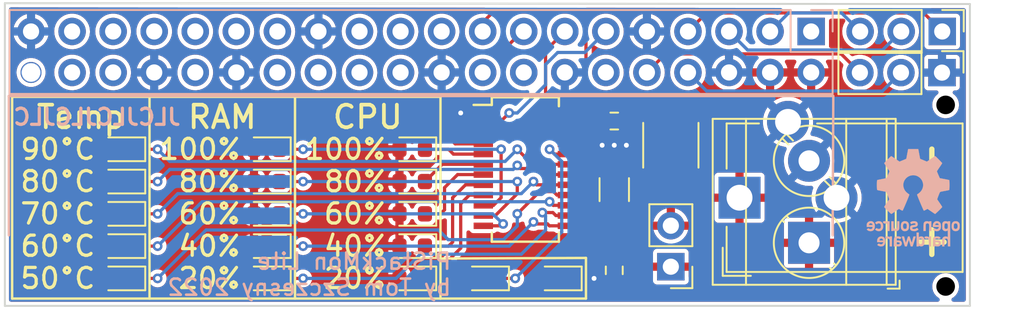
<source format=kicad_pcb>
(kicad_pcb (version 20211014) (generator pcbnew)
  (title_block (date "15 nov 2012"))
  (layers (0 "F.Cu" signal "Górna sygnałowa") (31 "B.Cu" signal "Dolna sygnałowa") (34 "B.Paste" user "Dolna pasty") (35 "F.Paste" user "Górna pasty") (36 "B.SilkS" user "Dolna opisowa") (37 "F.SilkS" user "Górna opisowa") (38 "B.Mask" user "Dolna sodermaski") (39 "F.Mask" user "Górna soldermaski") (44 "Edge.Cuts" user "Krawędziowa"))
  (net 0 "")
  (net 1 "+3V3")
  (net 2 "+5V")
  (net 3 "GND")
  (net 4 "/ID_SD")
  (net 5 "/ID_SC")
  (net 6 "/GPIO5")
  (net 7 "/GPIO6")
  (net 8 "/GPIO26")
  (net 9 "/GPIO2(SDA1)")
  (net 10 "/GPIO3(SCL1)")
  (net 11 "/GPIO14(TXD0)")
  (net 12 "/GPIO15(RXD0)")
  (net 13 "/GPIO17(GEN0)")
  (net 14 "/GPIO27(GEN2)")
  (net 15 "/GPIO22(GEN3)")
  (net 16 "/GPIO23(GEN4)")
  (net 17 "/GPIO24(GEN5)")
  (net 18 "/GPIO25(GEN6)")
  (net 19 "/GPIO18(GEN1)(PWM0)")
  (net 20 "/GPIO10(SPI0_MOSI)")
  (net 21 "/GPIO9(SPI0_MISO)")
  (net 22 "/GPIO11(SPI0_SCK)")
  (net 23 "/GPIO12(PWM0)")
  (net 24 "/GPIO13(PWM1)")
  (net 25 "/GPIO19(SPI1_MISO)")
  (net 26 "/GPIO16")
  (net 27 "/GPIO20(SPI1_MOSI)")
  (net 28 "+5VP")
  (net 29 "Net-(D1-Pad1)")
  (net 30 "Net-(D2-Pad1)")
  (net 31 "Net-(D3-Pad1)")
  (net 32 "Net-(D4-Pad1)")
  (net 33 "Net-(D5-Pad1)")
  (net 34 "Net-(D6-Pad1)")
  (net 35 "Net-(D7-Pad1)")
  (net 36 "Net-(D8-Pad1)")
  (net 37 "Net-(D9-Pad1)")
  (net 38 "Net-(D10-Pad1)")
  (net 39 "Net-(D11-Pad1)")
  (net 40 "Net-(D12-Pad1)")
  (net 41 "Net-(D13-Pad1)")
  (net 42 "Net-(D14-Pad1)")
  (net 43 "Net-(D15-Pad1)")
  (net 44 "Net-(D16-Pad2)")
  (net 45 "Net-(C1-Pad1)")
  (net 47 "Net-(R2-Pad1)")
  (net 48 "Net-(D17-Pad1)")
  (net 49 "/3V3_2")
  (net 50 "/GPIO4(1Wire_Default)")
  (net 51 "/GPIO7(SPI0_CE1_N)")
  (net 52 "/GPIO8(SPI0_CE0_N)")
  (footprint "LED_SMD:LED_0603_1608Metric" (layer "F.Cu") (at 48.25 43.5 180)
    (fp_text reference "D2" hide)
    (fp_text value "G" hide)
    (fp_text user "40%" (at 1.5 0 unlocked) (layer "F.SilkS") (effects (font (size 1.25 1.25) (thickness 0.2)) (justify right)))
    (pad "1" smd roundrect (at -0.7875 0 180) (size 0.875 0.95) (layers "F.Cu" "F.Paste" "F.Mask") (net 30 "Net-(D2-Pad1)"))
    (pad "2" smd roundrect (at 0.7875 0 180) (size 0.875 0.95) (layers "F.Cu" "F.Paste" "F.Mask") (net 2 "+5V"))
  )
  (footprint "LED_SMD:LED_0603_1608Metric" (layer "F.Cu") (at 48.25 41.5 180)
    (fp_text reference "D3" hide)
    (fp_text value "G" hide)
    (fp_text user "60%" (at 1.5 0 unlocked) (layer "F.SilkS") (effects (font (size 1.25 1.25) (thickness 0.2)) (justify right)))
    (pad "1" smd roundrect (at -0.7875 0 180) (size 0.875 0.95) (layers "F.Cu" "F.Paste" "F.Mask") (net 31 "Net-(D3-Pad1)"))
    (pad "2" smd roundrect (at 0.7875 0 180) (size 0.875 0.95) (layers "F.Cu" "F.Paste" "F.Mask") (net 2 "+5V"))
  )
  (footprint "Connector_PinHeader_2.54mm:PinHeader_1x02_P2.54mm_Vertical" (layer "F.Cu") (at 64.25 44.775 180)
    (fp_text reference "JP1" hide)
    (fp_text value "PWR" hide)
    (pad "1" thru_hole rect locked (at 0 0 180) (size 1.7 1.7) (drill 1) (layers *.Cu *.Mask) (net 28 "+5VP"))
    (pad "2" thru_hole oval locked (at 0 2.54 180) (size 1.7 1.7) (drill 1) (layers *.Cu *.Mask) (net 45 "Net-(C1-Pad1)"))
  )
  (footprint "LED_SMD:LED_0603_1608Metric" (layer "F.Cu") (at 39.25 45.5 180)
    (fp_text reference "D6" hide)
    (fp_text value "G" hide)
    (fp_text user "20%" (at 1.5 0 unlocked) (layer "F.SilkS") (effects (font (size 1.25 1.25) (thickness 0.2)) (justify right)))
    (pad "1" smd roundrect (at -0.7875 0 180) (size 0.875 0.95) (layers "F.Cu" "F.Paste" "F.Mask") (net 34 "Net-(D6-Pad1)"))
    (pad "2" smd roundrect (at 0.7875 0 180) (size 0.875 0.95) (layers "F.Cu" "F.Paste" "F.Mask") (net 2 "+5V"))
  )
  (footprint "LED_SMD:LED_0603_1608Metric" (layer "F.Cu") (at 39.25 43.5 180)
    (fp_text reference "D7" hide)
    (fp_text value "G" hide)
    (fp_text user "40%" (at 1.5 0 unlocked) (layer "F.SilkS") (effects (font (size 1.25 1.25) (thickness 0.2)) (justify right)))
    (pad "1" smd roundrect (at -0.7875 0 180) (size 0.875 0.95) (layers "F.Cu" "F.Paste" "F.Mask") (net 35 "Net-(D7-Pad1)"))
    (pad "2" smd roundrect (at 0.7875 0 180) (size 0.875 0.95) (layers "F.Cu" "F.Paste" "F.Mask") (net 2 "+5V"))
  )
  (footprint "LED_SMD:LED_0603_1608Metric" (layer "F.Cu") (at 39.25 41.5 180)
    (fp_text reference "D8" hide)
    (fp_text value "G" hide)
    (fp_text user "60%" (at 1.5 0 unlocked) (layer "F.SilkS") (effects (font (size 1.25 1.25) (thickness 0.2)) (justify right)))
    (pad "1" smd roundrect (at -0.7875 0 180) (size 0.875 0.95) (layers "F.Cu" "F.Paste" "F.Mask") (net 36 "Net-(D8-Pad1)"))
    (pad "2" smd roundrect (at 0.7875 0 180) (size 0.875 0.95) (layers "F.Cu" "F.Paste" "F.Mask") (net 2 "+5V"))
  )
  (footprint "LED_SMD:LED_0603_1608Metric" (layer "F.Cu") (at 39.25 39.5 180)
    (fp_text reference "D9" hide)
    (fp_text value "Y" hide)
    (fp_text user "80%" (at 1.5 0 unlocked) (layer "F.SilkS") (effects (font (size 1.25 1.25) (thickness 0.2)) (justify right)))
    (pad "1" smd roundrect (at -0.7875 0 180) (size 0.875 0.95) (layers "F.Cu" "F.Paste" "F.Mask") (net 37 "Net-(D9-Pad1)"))
    (pad "2" smd roundrect (at 0.7875 0 180) (size 0.875 0.95) (layers "F.Cu" "F.Paste" "F.Mask") (net 2 "+5V"))
  )
  (footprint "LED_SMD:LED_0603_1608Metric" (layer "F.Cu") (at 39.25 37.5 180)
    (fp_text reference "D10" hide)
    (fp_text value "R" hide)
    (fp_text user "100%" (at 1.5 0 unlocked) (layer "F.SilkS") (effects (font (size 1.25 1.25) (thickness 0.2)) (justify right)))
    (pad "1" smd roundrect (at -0.7875 0 180) (size 0.875 0.95) (layers "F.Cu" "F.Paste" "F.Mask") (net 38 "Net-(D10-Pad1)"))
    (pad "2" smd roundrect (at 0.7875 0 180) (size 0.875 0.95) (layers "F.Cu" "F.Paste" "F.Mask") (net 2 "+5V"))
  )
  (footprint "LED_SMD:LED_0603_1608Metric" (layer "F.Cu") (at 30.25 39.5 180)
    (fp_text reference "D12" hide)
    (fp_text value "R" hide)
    (fp_text user "80°C" (at 1.5 0 180) (layer "F.SilkS") (effects (font (size 1.25 1.25) (thickness 0.2)) (justify right)))
    (pad "1" smd roundrect (at -0.7875 0 180) (size 0.875 0.95) (layers "F.Cu" "F.Paste" "F.Mask") (net 40 "Net-(D12-Pad1)"))
    (pad "2" smd roundrect (at 0.7875 0 180) (size 0.875 0.95) (layers "F.Cu" "F.Paste" "F.Mask") (net 2 "+5V"))
  )
  (footprint "LED_SMD:LED_0603_1608Metric" (layer "F.Cu") (at 30.25 41.5 180)
    (fp_text reference "D13" hide)
    (fp_text value "Y" hide)
    (fp_text user "70°C" (at 1.5 0 unlocked) (layer "F.SilkS") (effects (font (size 1.25 1.25) (thickness 0.2)) (justify right)))
    (pad "1" smd roundrect (at -0.7875 0 180) (size 0.875 0.95) (layers "F.Cu" "F.Paste" "F.Mask") (net 41 "Net-(D13-Pad1)"))
    (pad "2" smd roundrect (at 0.7875 0 180) (size 0.875 0.95) (layers "F.Cu" "F.Paste" "F.Mask") (net 2 "+5V"))
  )
  (footprint "Resistor_SMD:R_0603_1608Metric" (layer "F.Cu") (at 60.75 35.75)
    (fp_text reference "R2" hide)
    (fp_text value "10k" hide)
    (pad "1" smd roundrect (at -0.825 0) (size 0.8 0.95) (layers "F.Cu" "F.Paste" "F.Mask") (net 47 "Net-(R2-Pad1)"))
    (pad "2" smd roundrect (at 0.825 0) (size 0.8 0.95) (layers "F.Cu" "F.Paste" "F.Mask") (net 3 "GND"))
  )
  (footprint "LED_SMD:LED_0603_1608Metric" (layer "F.Cu") (at 30.25 43.5 180)
    (fp_text reference "D14" hide)
    (fp_text value "G" hide)
    (fp_text user "60°C" (at 1.5 0 unlocked) (layer "F.SilkS") (effects (font (size 1.25 1.25) (thickness 0.2)) (justify right)))
    (pad "1" smd roundrect (at -0.7875 0 180) (size 0.875 0.95) (layers "F.Cu" "F.Paste" "F.Mask") (net 42 "Net-(D14-Pad1)"))
    (pad "2" smd roundrect (at 0.7875 0 180) (size 0.875 0.95) (layers "F.Cu" "F.Paste" "F.Mask") (net 2 "+5V"))
  )
  (footprint "LED_SMD:LED_0603_1608Metric" (layer "F.Cu") (at 48.25 37.5 180)
    (fp_text reference "D5" hide)
    (fp_text value "Y" hide)
    (fp_text user "100%" (at 1.5 0 unlocked) (layer "F.SilkS") (effects (font (size 1.25 1.25) (thickness 0.2)) (justify right)))
    (pad "1" smd roundrect (at -0.7875 0 180) (size 0.875 0.95) (layers "F.Cu" "F.Paste" "F.Mask") (net 33 "Net-(D5-Pad1)"))
    (pad "2" smd roundrect (at 0.7875 0 180) (size 0.875 0.95) (layers "F.Cu" "F.Paste" "F.Mask") (net 2 "+5V"))
  )
  (footprint "LED_SMD:LED_0603_1608Metric" (layer "F.Cu") (at 30.25 45.5 180)
    (fp_text reference "D15" hide)
    (fp_text value "G" hide)
    (fp_text user "50°C" (at 1.5 0 unlocked) (layer "F.SilkS") (effects (font (size 1.25 1.25) (thickness 0.2)) (justify right)))
    (pad "1" smd roundrect (at -0.7875 0 180) (size 0.875 0.95) (layers "F.Cu" "F.Paste" "F.Mask") (net 43 "Net-(D15-Pad1)"))
    (pad "2" smd roundrect (at 0.7875 0 180) (size 0.875 0.95) (layers "F.Cu" "F.Paste" "F.Mask") (net 2 "+5V"))
  )
  (footprint "LED_SMD:LED_0603_1608Metric" (layer "F.Cu") (at 30.25 37.5 180)
    (fp_text reference "D11" hide)
    (fp_text value "R" hide)
    (fp_text user "90°C" (at 1.5 0 unlocked) (layer "F.SilkS") (effects (font (size 1.25 1.25) (thickness 0.2)) (justify right)))
    (pad "1" smd roundrect (at -0.7875 0 180) (size 0.875 0.95) (layers "F.Cu" "F.Paste" "F.Mask") (net 39 "Net-(D11-Pad1)"))
    (pad "2" smd roundrect (at 0.7875 0 180) (size 0.875 0.95) (layers "F.Cu" "F.Paste" "F.Mask") (net 2 "+5V"))
  )
  (footprint "Package_SO:SSOP-24_3.9x8.7mm_P0.635mm" (layer "F.Cu") (at 55.25 38.75)
    (fp_text reference "U1" hide)
    (fp_text value "TLC59282DBQR")
    (pad "1" smd rect (at -2.6 -3.4925) (size 1.2 0.4) (layers "F.Cu" "F.Paste" "F.Mask") (net 3 "GND"))
    (pad "2" smd rect (at -2.6 -2.8575) (size 1.2 0.4) (layers "F.Cu" "F.Paste" "F.Mask") (net 13 "/GPIO17(GEN0)"))
    (pad "3" smd rect (at -2.6 -2.2225) (size 1.2 0.4) (layers "F.Cu" "F.Paste" "F.Mask") (net 14 "/GPIO27(GEN2)"))
    (pad "4" smd rect (at -2.6 -1.5875) (size 1.2 0.4) (layers "F.Cu" "F.Paste" "F.Mask") (net 15 "/GPIO22(GEN3)"))
    (pad "5" smd rect (at -2.6 -0.9525) (size 1.2 0.4) (layers "F.Cu" "F.Paste" "F.Mask") (net 33 "Net-(D5-Pad1)"))
    (pad "6" smd rect (at -2.6 -0.3175) (size 1.2 0.4) (layers "F.Cu" "F.Paste" "F.Mask") (net 32 "Net-(D4-Pad1)"))
    (pad "7" smd rect (at -2.6 0.3175) (size 1.2 0.4) (layers "F.Cu" "F.Paste" "F.Mask") (net 31 "Net-(D3-Pad1)"))
    (pad "8" smd rect (at -2.6 0.9525) (size 1.2 0.4) (layers "F.Cu" "F.Paste" "F.Mask") (net 30 "Net-(D2-Pad1)"))
    (pad "9" smd rect (at -2.6 1.5875) (size 1.2 0.4) (layers "F.Cu" "F.Paste" "F.Mask") (net 29 "Net-(D1-Pad1)"))
    (pad "10" smd rect (at -2.6 2.2225) (size 1.2 0.4) (layers "F.Cu" "F.Paste" "F.Mask") (net 38 "Net-(D10-Pad1)"))
    (pad "11" smd rect (at -2.6 2.8575) (size 1.2 0.4) (layers "F.Cu" "F.Paste" "F.Mask") (net 37 "Net-(D9-Pad1)"))
    (pad "12" smd rect (at -2.6 3.4925) (size 1.2 0.4) (layers "F.Cu" "F.Paste" "F.Mask") (net 36 "Net-(D8-Pad1)"))
    (pad "13" smd rect (at 2.6 3.4925) (size 1.2 0.4) (layers "F.Cu" "F.Paste" "F.Mask") (net 35 "Net-(D7-Pad1)"))
    (pad "14" smd rect (at 2.6 2.8575) (size 1.2 0.4) (layers "F.Cu" "F.Paste" "F.Mask") (net 34 "Net-(D6-Pad1)"))
    (pad "15" smd rect (at 2.6 2.2225) (size 1.2 0.4) (layers "F.Cu" "F.Paste" "F.Mask") (net 42 "Net-(D14-Pad1)"))
    (pad "16" smd rect (at 2.6 1.5875) (size 1.2 0.4) (layers "F.Cu" "F.Paste" "F.Mask") (net 43 "Net-(D15-Pad1)"))
    (pad "17" smd rect (at 2.6 0.9525) (size 1.2 0.4) (layers "F.Cu" "F.Paste" "F.Mask") (net 41 "Net-(D13-Pad1)"))
    (pad "18" smd rect (at 2.6 0.3175) (size 1.2 0.4) (layers "F.Cu" "F.Paste" "F.Mask") (net 40 "Net-(D12-Pad1)"))
    (pad "19" smd rect (at 2.6 -0.3175) (size 1.2 0.4) (layers "F.Cu" "F.Paste" "F.Mask") (net 39 "Net-(D11-Pad1)"))
    (pad "20" smd rect (at 2.6 -0.9525) (size 1.2 0.4) (layers "F.Cu" "F.Paste" "F.Mask") (net 48 "Net-(D17-Pad1)"))
    (pad "21" smd rect (at 2.6 -1.5875) (size 1.2 0.4) (layers "F.Cu" "F.Paste" "F.Mask") (net 3 "GND"))
    (pad "22" smd rect (at 2.6 -2.2225) (size 1.2 0.4) (layers "F.Cu" "F.Paste" "F.Mask"))
    (pad "23" smd rect (at 2.6 -2.8575) (size 1.2 0.4) (layers "F.Cu" "F.Paste" "F.Mask") (net 47 "Net-(R2-Pad1)"))
    (pad "24" smd rect (at 2.6 -3.4925) (size 1.2 0.4) (layers "F.Cu" "F.Paste" "F.Mask") (net 1 "+3V3"))
  )
  (footprint "TerminalBlock_Phoenix:TerminalBlock_Phoenix_MKDS-3-2-5.08_1x02_P5.08mm_Horizontal" (layer "F.Cu") (at 72.8 43.295 90)
    (fp_text reference "J3" hide)
    (fp_text value "5.08mm" hide)
    (pad "1" thru_hole rect locked (at 0 0 90) (size 2.6 2.6) (drill 1.3) (layers *.Cu "B.Mask") (net 28 "+5VP"))
    (pad "2" thru_hole circle locked (at 5.08 0 90) (size 2.6 2.6) (drill 1.3) (layers *.Cu "B.Mask") (net 3 "GND"))
  )
  (footprint "Fuse:Fuse_1812_4532Metric" (layer "F.Cu") (at 64.25 37.25 -90)
    (fp_text reference "F1" hide)
    (fp_text value "SMD1812B260TF/12" hide)
    (pad "1" smd roundrect (at -2.1375 0 270) (size 1.125 3.4) (layers "F.Cu" "F.Paste" "F.Mask") (roundrect_rratio 0.222222) (net 2 "+5V"))
    (pad "2" smd roundrect (at 2.1375 0 270) (size 1.125 3.4) (layers "F.Cu" "F.Paste" "F.Mask") (roundrect_rratio 0.222222) (net 45 "Net-(C1-Pad1)"))
  )
  (footprint "LED_SMD:LED_0603_1608Metric" (layer "F.Cu") (at 57.25 45.5 180)
    (fp_text reference "D16" hide)
    (fp_text value "G" hide)
    (pad "1" smd roundrect (at -0.7875 0 180) (size 0.875 0.95) (layers "F.Cu" "F.Paste" "F.Mask") (net 3 "GND"))
    (pad "2" smd roundrect (at 0.7875 0 180) (size 0.875 0.95) (layers "F.Cu" "F.Paste" "F.Mask") (net 44 "Net-(D16-Pad2)"))
  )
  (footprint "LED_SMD:LED_0603_1608Metric" (layer "F.Cu") (at 48.25 45.5 180)
    (fp_text reference "D1" hide)
    (fp_text value "G" hide)
    (fp_text user "20%" (at 1.5 0 unlocked) (layer "F.SilkS") (effects (font (size 1.25 1.25) (thickness 0.2)) (justify right)))
    (pad "1" smd roundrect (at -0.7875 0 180) (size 0.875 0.95) (layers "F.Cu" "F.Paste" "F.Mask") (net 29 "Net-(D1-Pad1)"))
    (pad "2" smd roundrect (at 0.7875 0 180) (size 0.875 0.95) (layers "F.Cu" "F.Paste" "F.Mask") (net 2 "+5V"))
  )
  (footprint "Resistor_SMD:R_0603_1608Metric" (layer "F.Cu") (at 60.75 45 90)
    (fp_text reference "R3" hide)
    (fp_text value "1k" hide)
    (pad "1" smd roundrect (at -0.825 0 90) (size 0.8 0.95) (layers "F.Cu" "F.Paste" "F.Mask") (net 2 "+5V"))
    (pad "2" smd roundrect (at 0.825 0 90) (size 0.8 0.95) (layers "F.Cu" "F.Paste" "F.Mask") (net 44 "Net-(D16-Pad2)"))
  )
  (footprint "LED_SMD:LED_0603_1608Metric" (layer "F.Cu") (at 48.25 39.5 180)
    (fp_text reference "D4" hide)
    (fp_text value "G" hide)
    (fp_text user "80%" (at 1.5 0 unlocked) (layer "F.SilkS") (effects (font (size 1.25 1.25) (thickness 0.2)) (justify right)))
    (pad "1" smd roundrect (at -0.7875 0 180) (size 0.875 0.95) (layers "F.Cu" "F.Paste" "F.Mask") (net 32 "Net-(D4-Pad1)"))
    (pad "2" smd roundrect (at 0.7875 0 180) (size 0.875 0.95) (layers "F.Cu" "F.Paste" "F.Mask") (net 2 "+5V"))
  )
  (footprint "Capacitor_SMD:C_1206_3216Metric" (layer "F.Cu") (at 60.75 40 90)
    (fp_text reference "C1" hide)
    (fp_text value "100u 6.3V" hide)
    (pad "1" smd roundrect (at -1.475 0 90) (size 1.15 1.8) (layers "F.Cu" "F.Paste" "F.Mask") (roundrect_rratio 0.217391) (net 45 "Net-(C1-Pad1)"))
    (pad "2" smd roundrect (at 1.475 0 90) (size 1.15 1.8) (layers "F.Cu" "F.Paste" "F.Mask") (roundrect_rratio 0.217391) (net 3 "GND"))
  )
  (footprint "Connector_PinHeader_2.54mm:PinHeader_1x03_P2.54mm_Vertical" (layer "F.Cu") (at 81.04 30.2 -90)
    (fp_text reference "J1" hide)
    (fp_text value "Conn_01x03" hide)
    (pad "1" thru_hole rect (at 0 0 270) (size 1.7 1.7) (drill 1) (layers *.Cu *.Mask) (net 50 "/GPIO4(1Wire_Default)"))
    (pad "2" thru_hole oval (at 0 2.54 270) (size 1.7 1.7) (drill 1) (layers *.Cu *.Mask) (net 10 "/GPIO3(SCL1)"))
    (pad "3" thru_hole oval (at 0 5.08 270) (size 1.7 1.7) (drill 1) (layers *.Cu *.Mask) (net 9 "/GPIO2(SDA1)"))
  )
  (footprint "JLC:Tooling Hole" (layer "F.Cu") (at 81.25 46)
    (fp_text reference "H1" hide)
    (fp_text value "Tooling Hole")
    (pad "" np_thru_hole circle (at 0 0) (size 1.3 1.3) (drill 1.152) (layers *.Mask) (clearance 0.248))
  )
  (footprint "Connector_PinHeader_2.54mm:PinHeader_1x03_P2.54mm_Vertical" (layer "F.Cu") (at 81.025 32.75 -90)
    (fp_text reference "J2" hide)
    (fp_text value "Conn_01x03" hide)
    (pad "1" thru_hole rect (at 0 0 270) (size 1.7 1.7) (drill 1) (layers *.Cu *.Mask) (net 3 "GND"))
    (pad "2" thru_hole oval (at 0 2.54 270) (size 1.7 1.7) (drill 1) (layers *.Cu *.Mask) (net 11 "/GPIO14(TXD0)"))
    (pad "3" thru_hole oval (at 0 5.08 270) (size 1.7 1.7) (drill 1) (layers *.Cu *.Mask) (net 12 "/GPIO15(RXD0)"))
  )
  (footprint "JLC:Tooling Hole" (layer "F.Cu") (at 81.25 34.75)
    (fp_text reference "H2" hide)
    (fp_text value "Tooling Hole")
    (pad "" np_thru_hole circle (at 0 0) (size 1.3 1.3) (drill 1.152) (layers *.Mask) (clearance 0.248))
  )
  (footprint "Connector_BarrelJack:BarrelJack_CUI_PJ-102AH_Horizontal" (layer "F.Cu") (at 68.5 40.5 90)
    (fp_text reference "J5" hide)
    (fp_text value "CUI PJ-102 " hide)
    (pad "1" thru_hole rect (at 0 0 90) (size 2.6 2.6) (drill 1.6) (layers *.Cu "B.Mask") (net 28 "+5VP"))
    (pad "2" thru_hole circle (at 0 6 90) (size 2.6 2.6) (drill 1.6) (layers *.Cu "B.Mask") (net 3 "GND"))
    (pad "3" thru_hole circle (at 4.7 3 90) (size 2.6 2.6) (drill 1.6) (layers *.Cu "B.Mask") (net 3 "GND"))
  )
  (footprint "LED_SMD:LED_0603_1608Metric" (layer "F.Cu") (at 52.75 45.5 180)
    (fp_text reference "D17" hide)
    (fp_text value "B" hide)
    (pad "1" smd roundrect (at -0.7875 0 180) (size 0.875 0.95) (layers "F.Cu" "F.Paste" "F.Mask") (net 48 "Net-(D17-Pad1)"))
    (pad "2" smd roundrect (at 0.7875 0 180) (size 0.875 0.95) (layers "F.Cu" "F.Paste" "F.Mask") (net 2 "+5V"))
  )
  (footprint "Symbol:OSHW-Logo_5.7x6mm_SilkScreen" (layer "B.Cu") (at 79.25 40.5 180)
    (fp_text reference "LOGO1" hide)
    (fp_text value "Logo_Open_Hardware_Small" hide)
  )
  (footprint "Connector_PinSocket_2.54mm:PinSocket_2x20_P2.54mm_Vertical" (layer "B.Cu") (at 72.93 30.2 90)
    (fp_text reference "P1" hide)
    (fp_text value "Conn_02x20_Odd_Even" hide)
    (pad "" np_thru_hole circle locked (at -2.54 -48.26 90) (size 1.3 1.3) (drill 1.152) (layers F&B.Cu *.Mask) (clearance 0.248))
    (pad "1" thru_hole rect locked (at 0 0 90) (size 1.7 1.7) (drill 1) (layers *.Cu *.Mask) (net 49 "/3V3_2"))
    (pad "2" thru_hole oval locked (at -2.54 0 90) (size 1.7 1.7) (drill 1) (layers *.Cu *.Mask) (net 2 "+5V"))
    (pad "3" thru_hole oval locked (at 0 -2.54 90) (size 1.7 1.7) (drill 1) (layers *.Cu *.Mask) (net 9 "/GPIO2(SDA1)"))
    (pad "4" thru_hole oval locked (at -2.54 -2.54 90) (size 1.7 1.7) (drill 1) (layers *.Cu *.Mask) (net 2 "+5V"))
    (pad "5" thru_hole oval locked (at 0 -5.08 90) (size 1.7 1.7) (drill 1) (layers *.Cu *.Mask) (net 10 "/GPIO3(SCL1)"))
    (pad "6" thru_hole oval locked (at -2.54 -5.08 90) (size 1.7 1.7) (drill 1) (layers *.Cu *.Mask) (net 3 "GND"))
    (pad "7" thru_hole oval locked (at 0 -7.62 90) (size 1.7 1.7) (drill 1) (layers *.Cu *.Mask) (net 50 "/GPIO4(1Wire_Default)"))
    (pad "8" thru_hole oval locked (at -2.54 -7.62 90) (size 1.7 1.7) (drill 1) (layers *.Cu *.Mask) (net 11 "/GPIO14(TXD0)"))
    (pad "9" thru_hole oval locked (at 0 -10.16 90) (size 1.7 1.7) (drill 1) (layers *.Cu *.Mask) (net 3 "GND"))
    (pad "10" thru_hole oval locked (at -2.54 -10.16 90) (size 1.7 1.7) (drill 1) (layers *.Cu *.Mask) (net 12 "/GPIO15(RXD0)"))
    (pad "11" thru_hole oval locked (at 0 -12.7 90) (size 1.7 1.7) (drill 1) (layers *.Cu *.Mask) (net 13 "/GPIO17(GEN0)"))
    (pad "12" thru_hole oval locked (at -2.54 -12.7 90) (size 1.7 1.7) (drill 1) (layers *.Cu *.Mask) (net 19 "/GPIO18(GEN1)(PWM0)"))
    (pad "13" thru_hole oval locked (at 0 -15.24 90) (size 1.7 1.7) (drill 1) (layers *.Cu *.Mask) (net 14 "/GPIO27(GEN2)"))
    (pad "14" thru_hole oval locked (at -2.54 -15.24 90) (size 1.7 1.7) (drill 1) (layers *.Cu *.Mask) (net 3 "GND"))
    (pad "15" thru_hole oval locked (at 0 -17.78 90) (size 1.7 1.7) (drill 1) (layers *.Cu *.Mask) (net 15 "/GPIO22(GEN3)"))
    (pad "16" thru_hole oval locked (at -2.54 -17.78 90) (size 1.7 1.7) (drill 1) (layers *.Cu *.Mask) (net 16 "/GPIO23(GEN4)"))
    (pad "17" thru_hole oval locked (at 0 -20.32 90) (size 1.7 1.7) (drill 1) (layers *.Cu *.Mask) (net 1 "+3V3"))
    (pad "18" thru_hole oval locked (at -2.54 -20.32 90) (size 1.7 1.7) (drill 1) (layers *.Cu *.Mask) (net 17 "/GPIO24(GEN5)"))
    (pad "19" thru_hole oval locked (at 0 -22.86 90) (size 1.7 1.7) (drill 1) (layers *.Cu *.Mask) (net 20 "/GPIO10(SPI0_MOSI)"))
    (pad "20" thru_hole oval locked (at -2.54 -22.86 90) (size 1.7 1.7) (drill 1) (layers *.Cu *.Mask) (net 3 "GND"))
    (pad "21" thru_hole oval locked (at 0 -25.4 90) (size 1.7 1.7) (drill 1) (layers *.Cu *.Mask) (net 21 "/GPIO9(SPI0_MISO)"))
    (pad "22" thru_hole oval locked (at -2.54 -25.4 90) (size 1.7 1.7) (drill 1) (layers *.Cu *.Mask) (net 18 "/GPIO25(GEN6)"))
    (pad "23" thru_hole oval locked (at 0 -27.94 90) (size 1.7 1.7) (drill 1) (layers *.Cu *.Mask) (net 22 "/GPIO11(SPI0_SCK)"))
    (pad "24" thru_hole oval locked (at -2.54 -27.94 90) (size 1.7 1.7) (drill 1) (layers *.Cu *.Mask) (net 52 "/GPIO8(SPI0_CE0_N)"))
    (pad "25" thru_hole oval locked (at 0 -30.48 90) (size 1.7 1.7) (drill 1) (layers *.Cu *.Mask) (net 3 "GND"))
    (pad "26" thru_hole oval locked (at -2.54 -30.48 90) (size 1.7 1.7) (drill 1) (layers *.Cu *.Mask) (net 51 "/GPIO7(SPI0_CE1_N)"))
    (pad "27" thru_hole oval locked (at 0 -33.02 90) (size 1.7 1.7) (drill 1) (layers *.Cu *.Mask) (net 4 "/ID_SD"))
    (pad "28" thru_hole oval locked (at -2.54 -33.02 90) (size 1.7 1.7) (drill 1) (layers *.Cu *.Mask) (net 5 "/ID_SC"))
    (pad "29" thru_hole oval locked (at 0 -35.56 90) (size 1.7 1.7) (drill 1) (layers *.Cu *.Mask) (net 6 "/GPIO5"))
    (pad "30" thru_hole oval locked (at -2.54 -35.56 90) (size 1.7 1.7) (drill 1) (layers *.Cu *.Mask) (net 3 "GND"))
    (pad "31" thru_hole oval locked (at 0 -38.1 90) (size 1.7 1.7) (drill 1) (layers *.Cu *.Mask) (net 7 "/GPIO6"))
    (pad "32" thru_hole oval locked (at -2.54 -38.1 90) (size 1.7 1.7) (drill 1) (layers *.Cu *.Mask) (net 23 "/GPIO12(PWM0)"))
    (pad "33" thru_hole oval locked (at 0 -40.64 90) (size 1.7 1.7) (drill 1) (layers *.Cu *.Mask) (net 24 "/GPIO13(PWM1)"))
    (pad "34" thru_hole oval locked (at -2.54 -40.64 90) (size 1.7 1.7) (drill 1) (layers *.Cu *.Mask) (net 3 "GND"))
    (pad "35" thru_hole oval locked (at 0 -43.18 90) (size 1.7 1.7) (drill 1) (layers *.Cu *.Mask) (net 25 "/GPIO19(SPI1_MISO)"))
    (pad "36" thru_hole oval locked (at -2.54 -43.18 90) (size 1.7 1.7) (drill 1) (layers *.Cu *.Mask) (net 26 "/GPIO16"))
    (pad "37" thru_hole oval locked (at 0 -45.72 90) (size 1.7 1.7) (drill 1) (layers *.Cu *.Mask) (net 8 "/GPIO26"))
    (pad "38" thru_hole oval locked (at -2.54 -45.72 90) (size 1.7 1.7) (drill 1) (layers *.Cu *.Mask) (net 27 "/GPIO20(SPI1_MOSI)"))
    (pad "39" thru_hole oval locked (at 0 -48.26 90) (size 1.7 1.7) (drill 1) (layers *.Cu *.Mask) (net 3 "GND"))
  )
  (gr_line (start 74.26 42.83) (end 74.3 34.2) (layer "B.SilkS") (width 0.15))
  (gr_line (start 23.3 34.2) (end 23.3 42.83) (layer "B.SilkS") (width 0.15))
  (gr_line (start 74.3 34.2) (end 23.3 34.2) (layer "B.SilkS") (width 0.15))
  (gr_line (start 23.5 34.25) (end 50 34.25) (layer "F.SilkS") (width 0.15))
  (gr_line (start 50 46.75) (end 59 46.75) (layer "F.SilkS") (width 0.15))
  (gr_line (start 50 46.75) (end 23.5 46.75) (layer "F.SilkS") (width 0.15))
  (gr_line (start 59 44.2325) (end 50 44.2675) (layer "F.SilkS") (width 0.15))
  (gr_line (start 59 46.75) (end 59 44.2325) (layer "F.SilkS") (width 0.15))
  (gr_line (start 50 34.25) (end 50 46.75) (layer "F.SilkS") (width 0.15))
  (gr_line (start 32 34.25) (end 32 46.75) (layer "F.SilkS") (width 0.15))
  (gr_line (start 23.5 46.75) (end 23.5 34.25) (layer "F.SilkS") (width 0.15))
  (gr_line (start 41 34.25) (end 41 46.75) (layer "F.SilkS") (width 0.15))
  (gr_line (start 23.05 47.2) (end 82.75 47.2) (layer "Edge.Cuts") (width 0.12))
  (gr_line (start 23.05 47.2) (end 23.05 28.45) (layer "Edge.Cuts") (width 0.12))
  (gr_line (start 82.75 47.2) (end 82.75 28.5) (layer "Edge.Cuts") (width 0.12))
  (gr_line (start 82.75 28.5) (end 23.05 28.45) (layer "Edge.Cuts") (width 0.12))
  (gr_text "JLCJLCJLCJLC" (at 28.75 35.5) (layer "B.SilkS") (effects (font (size 1 1) (thickness 0.2)) (justify mirror)))
  (gr_text "PiStackMon Lite\nby Tom Szczesny 2022" (at 50.75 45.25) (layer "B.SilkS") (effects (font (size 1 1) (thickness 0.16)) (justify left mirror)))
  (gr_text "Temp" (at 27.75 35.5) (layer "F.SilkS") (effects (font (size 1.4 1.4) (thickness 0.23))))
  (gr_text "CPU" (at 45.5 35.5) (layer "F.SilkS") (effects (font (size 1.4 1.4) (thickness 0.23))))
  (gr_text "RAM" (at 36.5 35.5) (layer "F.SilkS") (effects (font (size 1.4 1.4) (thickness 0.23))))
  (gr_text "-" (at 80.25 38.25 90) (layer "F.SilkS") (effects (font (size 2 2) (thickness 0.33))))
  (gr_text "+" (at 80.25 43.25 90) (layer "F.SilkS") (effects (font (size 2 2) (thickness 0.33))))
  (segment (start 52.61 29.64) (end 52.61 30.2) (width 0.2) (layer "F.Cu") (net 1))
  (segment (start 58.7425 35.2575) (end 59 35) (width 0.2) (layer "F.Cu") (net 1))
  (segment (start 59 35) (end 59 34.625) (width 0.2) (layer "F.Cu") (net 1))
  (segment (start 59 29.5) (end 58.5 29) (width 0.2) (layer "F.Cu") (net 1))
  (segment (start 57.85 35.2575) (end 58.7425 35.2575) (width 0.2) (layer "F.Cu") (net 1))
  (segment (start 53.25 29) (end 52.61 29.64) (width 0.2) (layer "F.Cu") (net 1))
  (segment (start 58.5 29) (end 53.25 29) (width 0.2) (layer "F.Cu") (net 1))
  (segment (start 59 34.625) (end 59 29.5) (width 0.2) (layer "F.Cu") (net 1))
  (segment (start 52.65 35.2575) (end 51.2575 35.2575) (width 0.2) (layer "F.Cu") (net 3))
  (segment (start 51.2575 35.2575) (end 51.25 35.25) (width 0.2) (layer "F.Cu") (net 3))
  (segment (start 58.0375 45.5) (end 59.5 45.5) (width 0.2) (layer "F.Cu") (net 3))
  (via (at 60 37.25) (size 0.6) (drill 0.3) (layers "F.Cu" "B.Cu") (net 3))
  (via (at 60.75 37.25) (size 0.6) (drill 0.3) (layers "F.Cu" "B.Cu") (net 3))
  (via (at 51.25 35.25) (size 0.6) (drill 0.3) (layers "F.Cu" "B.Cu") (net 3))
  (via (at 59.5 45.5) (size 0.6) (drill 0.3) (layers "F.Cu" "B.Cu") (net 3))
  (via (at 61.5 37.25) (size 0.6) (drill 0.3) (layers "F.Cu" "B.Cu") (net 3))
  (segment (start 71.539511 29.050489) (end 74.810489 29.050489) (width 0.2) (layer "B.Cu") (net 9))
  (segment (start 74.810489 29.050489) (end 75.96 30.2) (width 0.2) (layer "B.Cu") (net 9))
  (segment (start 70.39 30.2) (end 71.539511 29.050489) (width 0.2) (layer "B.Cu") (net 9))
  (segment (start 67.85 30.2) (end 68.999511 31.349511) (width 0.2) (layer "B.Cu") (net 10))
  (segment (start 68.999511 31.349511) (end 77.350489 31.349511) (width 0.2) (layer "B.Cu") (net 10))
  (segment (start 77.350489 31.349511) (end 78.5 30.2) (width 0.2) (layer "B.Cu") (net 10))
  (segment (start 65.31 32.74) (end 66.459511 33.889511) (width 0.2) (layer "B.Cu") (net 11))
  (segment (start 75.37049 33.899511) (end 77.335489 33.899511) (width 0.2) (layer "B.Cu") (net 11))
  (segment (start 66.459511 33.889511) (end 75.36049 33.889511) (width 0.2) (layer "B.Cu") (net 11))
  (segment (start 77.335489 33.899511) (end 78.485 32.75) (width 0.2) (layer "B.Cu") (net 11))
  (segment (start 75.36049 33.889511) (end 75.37049 33.899511) (width 0.2) (layer "B.Cu") (net 11))
  (segment (start 74.785489 31.590489) (end 63.919511 31.590489) (width 0.2) (layer "F.Cu") (net 12))
  (segment (start 75.945 32.75) (end 74.785489 31.590489) (width 0.2) (layer "F.Cu") (net 12))
  (segment (start 63.919511 31.590489) (end 62.77 32.74) (width 0.2) (layer "F.Cu") (net 12))
  (segment (start 53.6075 35.8925) (end 54.25 35.25) (width 0.2) (layer "F.Cu") (net 13))
  (segment (start 52.65 35.8925) (end 53.6075 35.8925) (width 0.2) (layer "F.Cu") (net 13))
  (via (at 54.25 35.25) (size 0.6) (drill 0.3) (layers "F.Cu" "B.Cu") (net 13))
  (segment (start 57.25 31.5) (end 58.93 31.5) (width 0.2) (layer "B.Cu") (net 13))
  (segment (start 58.93 31.5) (end 60.23 30.2) (width 0.2) (layer "B.Cu") (net 13))
  (segment (start 54.75 35.25) (end 56.5 33.5) (width 0.2) (layer "B.Cu") (net 13))
  (segment (start 54.25 35.25) (end 54.75 35.25) (width 0.2) (layer "B.Cu") (net 13))
  (segment (start 56.5 32.25) (end 57.25 31.5) (width 0.2) (layer "B.Cu") (net 13))
  (segment (start 56.5 33.5) (end 56.5 32.25) (width 0.2) (layer "B.Cu") (net 13))
  (segment (start 56.5 35.5) (end 56.5 31.39) (width 0.2) (layer "F.Cu") (net 14))
  (segment (start 55.4725 36.5275) (end 56.5 35.5) (width 0.2) (layer "F.Cu") (net 14))
  (segment (start 56.5 31.39) (end 57.69 30.2) (width 0.2) (layer "F.Cu") (net 14))
  (segment (start 52.65 36.5275) (end 55.4725 36.5275) (width 0.2) (layer "F.Cu") (net 14))
  (segment (start 50.9125 37.1625) (end 50.25 36.5) (width 0.2) (layer "F.Cu") (net 15))
  (segment (start 50.25 34.5) (end 51.25 33.5) (width 0.2) (layer "F.Cu") (net 15))
  (segment (start 51.75 31.5) (end 53.75 31.5) (width 0.2) (layer "F.Cu") (net 15))
  (segment (start 51.25 33.5) (end 51.25 32) (width 0.2) (layer "F.Cu") (net 15))
  (segment (start 52.65 37.1625) (end 50.9125 37.1625) (width 0.2) (layer "F.Cu") (net 15))
  (segment (start 50.25 36.5) (end 50.25 34.5) (width 0.2) (layer "F.Cu") (net 15))
  (segment (start 51.25 32) (end 51.75 31.5) (width 0.2) (layer "F.Cu") (net 15))
  (segment (start 55.05 30.2) (end 55.15 30.2) (width 0.2) (layer "F.Cu") (net 15))
  (segment (start 53.75 31.5) (end 55.05 30.2) (width 0.2) (layer "F.Cu") (net 15))
  (segment (start 49.0375 45.5) (end 49.375 45.5) (width 0.2) (layer "F.Cu") (net 29))
  (segment (start 51.25 43.625) (end 51.25 40.875) (width 0.2) (layer "F.Cu") (net 29))
  (segment (start 51.25 40.875) (end 51.7875 40.3375) (width 0.2) (layer "F.Cu") (net 29))
  (segment (start 51.7875 40.3375) (end 52.65 40.3375) (width 0.2) (layer "F.Cu") (net 29))
  (segment (start 49.375 45.5) (end 51.25 43.625) (width 0.2) (layer "F.Cu") (net 29))
  (segment (start 51.5475 39.7025) (end 50.75 40.5) (width 0.2) (layer "F.Cu") (net 30))
  (segment (start 50.75 40.5) (end 50.75 43.25) (width 0.2) (layer "F.Cu") (net 30))
  (segment (start 50.5 43.5) (end 49.0375 43.5) (width 0.2) (layer "F.Cu") (net 30))
  (segment (start 52.65 39.7025) (end 51.5475 39.7025) (width 0.2) (layer "F.Cu") (net 30))
  (segment (start 50.75 43.25) (end 50.5 43.5) (width 0.2) (layer "F.Cu") (net 30))
  (segment (start 50.25 41.25) (end 50.25 39.875) (width 0.2) (layer "F.Cu") (net 31))
  (segment (start 51.0575 39.0675) (end 52.65 39.0675) (width 0.2) (layer "F.Cu") (net 31))
  (segment (start 50 41.5) (end 49.0375 41.5) (width 0.2) (layer "F.Cu") (net 31))
  (segment (start 50.25 41.25) (end 50 41.5) (width 0.2) (layer "F.Cu") (net 31))
  (segment (start 50.25 39.875) (end 51.0575 39.0675) (width 0.2) (layer "F.Cu") (net 31))
  (segment (start 52.65 38.4325) (end 50.105 38.4325) (width 0.2) (layer "F.Cu") (net 32))
  (segment (start 50.105 38.4325) (end 49.0375 39.5) (width 0.2) (layer "F.Cu") (net 32))
  (segment (start 49.0625 37.525) (end 49.0375 37.5) (width 0.2) (layer "F.Cu") (net 33))
  (segment (start 49.115 37.4225) (end 49.0375 37.5) (width 0.2) (layer "F.Cu") (net 33))
  (segment (start 50.7975 37.7975) (end 50.5 37.5) (width 0.2) (layer "F.Cu") (net 33))
  (segment (start 50.5 37.5) (end 49.0375 37.5) (width 0.2) (layer "F.Cu") (net 33))
  (segment (start 52.65 37.7975) (end 50.7975 37.7975) (width 0.2) (layer "F.Cu") (net 33))
  (segment (start 57.85 41.6075) (end 57.139874 41.6075) (width 0.2) (layer "F.Cu") (net 34))
  (segment (start 57.139874 41.6075) (end 56.953687 41.421313) (width 0.2) (layer "F.Cu") (net 34))
  (segment (start 56.305343 41.425) (end 56.301656 41.421313) (width 0.2) (layer "F.Cu") (net 34))
  (segment (start 40.0375 45.5) (end 41.5 45.5) (width 0.2) (layer "F.Cu") (net 34))
  (segment (start 56.953687 41.421313) (end 56.301656 41.421313) (width 0.2) (layer "F.Cu") (net 34))
  (via (at 41.5 45.5) (size 0.6) (drill 0.3) (layers "F.Cu" "B.Cu") (net 34))
  (via (at 56.301656 41.421313) (size 0.6) (drill 0.3) (layers "F.Cu" "B.Cu") (net 34))
  (segment (start 56.5 41.619657) (end 56.5 42.5) (width 0.2) (layer "B.Cu") (net 34))
  (segment (start 48.75 44) (end 47.25 45.5) (width 0.2) (layer "B.Cu") (net 34))
  (segment (start 56.5 42.5) (end 55 44) (width 0.2) (layer "B.Cu") (net 34))
  (segment (start 47.25 45.5) (end 41.5 45.5) (width 0.2) (layer "B.Cu") (net 34))
  (segment (start 55 44) (end 48.75 44) (width 0.2) (layer "B.Cu") (net 34))
  (segment (start 56.301656 41.421313) (end 56.5 41.619657) (width 0.2) (layer "B.Cu") (net 34))
  (segment (start 40.0375 43.5) (end 41.5 43.5) (width 0.2) (layer "F.Cu") (net 35))
  (segment (start 56.7425 42.2425) (end 56.625 42.125) (width 0.2) (layer "F.Cu") (net 35))
  (segment (start 56.625 42.125) (end 55.875 42.125) (width 0.2) (layer "F.Cu") (net 35))
  (segment (start 55.875 42.125) (end 55.75 42) (width 0.2) (layer "F.Cu") (net 35))
  (segment (start 57.85 42.2425) (end 56.7425 42.2425) (width 0.2) (layer "F.Cu") (net 35))
  (via (at 41.5 43.5) (size 0.6) (drill 0.3) (layers "F.Cu" "B.Cu") (net 35))
  (via (at 55.75 42) (size 0.6) (drill 0.3) (layers "F.Cu" "B.Cu") (net 35))
  (segment (start 54.25 43.5) (end 55.75 42) (width 0.2) (layer "B.Cu") (net 35))
  (segment (start 41.5 43.5) (end 54.25 43.5) (width 0.2) (layer "B.Cu") (net 35))
  (segment (start 53.7575 42.2425) (end 53.875 42.125) (width 0.2) (layer "F.Cu") (net 36))
  (segment (start 52.65 42.2425) (end 53.7575 42.2425) (width 0.2) (layer "F.Cu") (net 36))
  (segment (start 53.875 42.125) (end 53.6995 42.075) (width 0.2) (layer "F.Cu") (net 36))
  (segment (start 40.0375 41.5) (end 41.5 41.5) (width 0.2) (layer "F.Cu") (net 36))
  (via (at 41.5 41.5) (size 0.6) (drill 0.3) (layers "F.Cu" "B.Cu") (net 36))
  (via (at 53.875 42.125) (size 0.6) (drill 0.3) (layers "F.Cu" "B.Cu") (net 36))
  (segment (start 53.875 42.125) (end 53.2255 41.5) (width 0.2) (layer "B.Cu") (net 36))
  (segment (start 53.2255 41.5) (end 41.5 41.5) (width 0.2) (layer "B.Cu") (net 36))
  (segment (start 52.65 41.6075) (end 53.3925 41.6075) (width 0.2) (layer "F.Cu") (net 37))
  (segment (start 40.0375 39.5) (end 41.5 39.5) (width 0.2) (layer "F.Cu") (net 37))
  (segment (start 53.3925 41.6075) (end 54.75 40.25) (width 0.2) (layer "F.Cu") (net 37))
  (segment (start 54.75 40.25) (end 54.75 39.5) (width 0.2) (layer "F.Cu") (net 37))
  (via (at 54.75 39.5) (size 0.6) (drill 0.3) (layers "F.Cu" "B.Cu") (net 37))
  (via (at 41.5 39.5) (size 0.6) (drill 0.3) (layers "F.Cu" "B.Cu") (net 37))
  (segment (start 41.5 39.5) (end 54.75 39.5) (width 0.2) (layer "B.Cu") (net 37))
  (segment (start 53.75 40.5) (end 53.75 37.5) (width 0.2) (layer "F.Cu") (net 38))
  (segment (start 40.0375 37.5) (end 41.5 37.5) (width 0.2) (layer "F.Cu") (net 38))
  (segment (start 52.65 40.9725) (end 53.2775 40.9725) (width 0.2) (layer "F.Cu") (net 38))
  (segment (start 53.2775 40.9725) (end 53.75 40.5) (width 0.2) (layer "F.Cu") (net 38))
  (via (at 41.5 37.5) (size 0.6) (drill 0.3) (layers "F.Cu" "B.Cu") (net 38))
  (via (at 53.75 37.5) (size 0.6) (drill 0.3) (layers "F.Cu" "B.Cu") (net 38))
  (segment (start 41.5 37.5) (end 53.75 37.5) (width 0.2) (layer "B.Cu") (net 38))
  (segment (start 56.5575 38.4325) (end 56.25 38.125) (width 0.2) (layer "F.Cu") (net 39))
  (segment (start 31.0375 37.5) (end 32.5 37.5) (width 0.2) (layer "F.Cu") (net 39))
  (segment (start 56.25 38.125) (end 55.375 38.125) (width 0.2) (layer "F.Cu") (net 39))
  (segment (start 55.375 38.125) (end 54.75 37.5) (width 0.2) (layer "F.Cu") (net 39))
  (segment (start 57.85 38.4325) (end 56.5575 38.4325) (width 0.2) (layer "F.Cu") (net 39))
  (via (at 32.5 37.5) (size 0.6) (drill 0.3) (layers "F.Cu" "B.Cu") (net 39))
  (via (at 54.75 37.5) (size 0.6) (drill 0.3) (layers "F.Cu" "B.Cu") (net 39))
  (segment (start 33.25 38.25) (end 54 38.25) (width 0.2) (layer "B.Cu") (net 39))
  (segment (start 32.5 37.5) (end 33.25 38.25) (width 0.2) (layer "B.Cu") (net 39))
  (segment (start 54 38.25) (end 54.75 37.5) (width 0.2) (layer "B.Cu") (net 39))
  (segment (start 57.85 39.0675) (end 56.4425 39.0675) (width 0.2) (layer "F.Cu") (net 40))
  (segment (start 56.0675 38.6925) (end 54.9425 38.6925) (width 0.2) (layer "F.Cu") (net 40))
  (segment (start 56.4425 39.0675) (end 56.0675 38.6925) (width 0.2) (layer "F.Cu") (net 40))
  (segment (start 54.9425 38.6925) (end 54.75 38.5) (width 0.2) (layer "F.Cu") (net 40))
  (segment (start 31.0375 39.5) (end 32.5 39.5) (width 0.2) (layer "F.Cu") (net 40))
  (via (at 32.5 39.5) (size 0.6) (drill 0.3) (layers "F.Cu" "B.Cu") (net 40))
  (via (at 54.75 38.5) (size 0.6) (drill 0.3) (layers "F.Cu" "B.Cu") (net 40))
  (segment (start 32.5 39.5) (end 33.25 38.75) (width 0.2) (layer "B.Cu") (net 40))
  (segment (start 54.5 38.75) (end 54.75 38.5) (width 0.2) (layer "B.Cu") (net 40))
  (segment (start 33.25 38.75) (end 54.5 38.75) (width 0.2) (layer "B.Cu") (net 40))
  (segment (start 57.85 39.7025) (end 55.9525 39.7025) (width 0.2) (layer "F.Cu") (net 41))
  (segment (start 31.0375 41.5) (end 32.5 41.5) (width 0.2) (layer "F.Cu") (net 41))
  (segment (start 55.9525 39.7025) (end 55.75 39.5) (width 0.2) (layer "F.Cu") (net 41))
  (via (at 32.5 41.5) (size 0.6) (drill 0.3) (layers "F.Cu" "B.Cu") (net 41))
  (via (at 55.75 39.5) (size 0.6) (drill 0.3) (layers "F.Cu" "B.Cu") (net 41))
  (segment (start 33.75 40.25) (end 55 40.25) (width 0.2) (layer "B.Cu") (net 41))
  (segment (start 55 40.25) (end 55.75 39.5) (width 0.2) (layer "B.Cu") (net 41))
  (segment (start 32.5 41.5) (end 33.75 40.25) (width 0.2) (layer "B.Cu") (net 41))
  (segment (start 57.85 40.9725) (end 56.9725 40.9725) (width 0.2) (layer "F.Cu") (net 42))
  (segment (start 31.0375 43.5) (end 32.5 43.5) (width 0.2) (layer "F.Cu") (net 42))
  (segment (start 56.9025 40.5975) (end 56.75 40.75) (width 0.2) (layer "F.Cu") (net 42))
  (segment (start 56.9725 40.9725) (end 56.75 40.75) (width 0.2) (layer "F.Cu") (net 42))
  (via (at 32.5 43.5) (size 0.6) (drill 0.3) (layers "F.Cu" "B.Cu") (net 42))
  (via (at 56.75 40.75) (size 0.6) (drill 0.3) (layers "F.Cu" "B.Cu") (net 42))
  (segment (start 35.25 40.75) (end 56.75 40.75) (width 0.2) (layer "B.Cu") (net 42))
  (segment (start 32.5 43.5) (end 35.25 40.75) (width 0.2) (layer "B.Cu") (net 42))
  (segment (start 56.125 40.125) (end 54.75 41.5) (width 0.2) (layer "F.Cu") (net 43))
  (segment (start 57.85 40.3375) (end 57.207506 40.3375) (width 0.2) (layer "F.Cu") (net 43))
  (segment (start 56.995006 40.125) (end 56.125 40.125) (width 0.2) (layer "F.Cu") (net 43))
  (segment (start 57.207506 40.3375) (end 56.995006 40.125) (width 0.2) (layer "F.Cu") (net 43))
  (segment (start 31.0375 45.5) (end 32.5 45.5) (width 0.2) (layer "F.Cu") (net 43))
  (via (at 54.75 41.5) (size 0.6) (drill 0.3) (layers "F.Cu" "B.Cu") (net 43))
  (via (at 32.5 45.5) (size 0.6) (drill 0.3) (layers "F.Cu" "B.Cu") (net 43))
  (segment (start 50.47548 43.10048) (end 53.89952 43.10048) (width 0.2) (layer "B.Cu") (net 43))
  (segment (start 53.89952 43.10048) (end 54.75 42.25) (width 0.2) (layer "B.Cu") (net 43))
  (segment (start 54.75 42.25) (end 54.75 41.5) (width 0.2) (layer "B.Cu") (net 43))
  (segment (start 49.875 42.5) (end 50.47548 43.10048) (width 0.2) (layer "B.Cu") (net 43))
  (segment (start 32.5 45.5) (end 35.5 42.5) (width 0.2) (layer "B.Cu") (net 43))
  (segment (start 35.5 42.5) (end 49.875 42.5) (width 0.2) (layer "B.Cu") (net 43))
  (segment (start 56.4625 45.4125) (end 57.7 44.175) (width 0.2) (layer "F.Cu") (net 44))
  (segment (start 60.75 44.175) (end 60.675 44.175) (width 0.2) (layer "F.Cu") (net 44))
  (segment (start 56.4625 45.5) (end 56.4625 45.4125) (width 0.2) (layer "F.Cu") (net 44))
  (segment (start 57.7 44.175) (end 60.75 44.175) (width 0.2) (layer "F.Cu") (net 44))
  (segment (start 57.85 35.8925) (end 59.7825 35.8925) (width 0.2) (layer "F.Cu") (net 47))
  (segment (start 59.7825 35.8925) (end 59.925 35.75) (width 0.2) (layer "F.Cu") (net 47))
  (segment (start 59.6925 35.5175) (end 59.925 35.75) (width 0.2) (layer "F.Cu") (net 47))
  (segment (start 53.5375 45.5) (end 54.625 45.5) (width 0.2) (layer "F.Cu") (net 48))
  (segment (start 56.8275 37.4225) (end 56.75 37.5) (width 0.2) (layer "F.Cu") (net 48))
  (segment (start 57.85 37.7975) (end 57.0475 37.7975) (width 0.2) (layer "F.Cu") (net 48))
  (segment (start 57.0475 37.7975) (end 56.75 37.5) (width 0.2) (layer "F.Cu") (net 48))
  (via (at 54.625 45.5) (size 0.6) (drill 0.3) (layers "F.Cu" "B.Cu") (net 48))
  (via (at 56.75 37.5) (size 0.6) (drill 0.3) (layers "F.Cu" "B.Cu") (net 48))
  (segment (start 57.5 42.625) (end 57.5 42.25) (width 0.2) (layer "B.Cu") (net 48))
  (segment (start 57.5 38.25) (end 57.5 42.25) (width 0.2) (layer "B.Cu") (net 48))
  (segment (start 54.625 45.5) (end 57.5 42.625) (width 0.2) (layer "B.Cu") (net 48))
  (segment (start 56.75 37.5) (end 57.5 38.25) (width 0.2) (layer "B.Cu") (net 48))
  (segment (start 79.890489 29.050489) (end 81.04 30.2) (width 0.2) (layer "F.Cu") (net 50))
  (segment (start 66.459511 29.050489) (end 79.890489 29.050489) (width 0.2) (layer "F.Cu") (net 50))
  (segment (start 65.31 30.2) (end 66.459511 29.050489) (width 0.2) (layer "F.Cu") (net 50))
  (zone (net 28) (net_name "+5VP") (layer "F.Cu") (priority 3) (connect_pads (clearance 0.254)) (min_thickness 0.254) (fill yes (thermal_gap 0.254) (thermal_bridge_width 0.508))
    (polygon (pts (xy 75.25 45.5) (xy 62.75 45.5) (xy 62.75 43.5) (xy 66.5 43.5) (xy 66.5 38.25) (xy 75.25 38.25)))
  )
  (zone (net 2) (net_name "+5V") (layer "F.Cu") (connect_pads (clearance 0.254)) (min_thickness 0.254) (fill yes (thermal_gap 0.254) (thermal_bridge_width 0.508))
    (polygon (pts (xy 83 47.5) (xy 22.75 47.5) (xy 22.75 28.25) (xy 83 28.25)))
  )
  (zone (net 45) (net_name "Net-(C1-Pad1)") (layer "F.Cu") (priority 4) (connect_pads (clearance 0.254)) (min_thickness 0.254) (fill yes (thermal_gap 0.254) (thermal_bridge_width 0.508))
    (polygon (pts (xy 66.25 43.25) (xy 59 43.25) (xy 59 40.25) (xy 62.5 38.25) (xy 66.25 38.25)))
  )
  (zone (net 3) (net_name "GND") (layer "F.Cu") (priority 5) (connect_pads (clearance 0.254)) (min_thickness 0.254) (fill yes (thermal_gap 0.254) (thermal_bridge_width 0.508))
    (polygon (pts (xy 62.25 36) (xy 62.25 40) (xy 57.5 40) (xy 57.5 36) (xy 59 36) (xy 57.5 36)))
  )
  (zone (net 3) (net_name "GND") (layer "B.Cu") (connect_pads (clearance 0.254)) (min_thickness 0.254) (fill yes (thermal_gap 0.254) (thermal_bridge_width 0.508))
    (polygon (pts (xy 83 47.5) (xy 22.75 47.5) (xy 22.75 28.25) (xy 83 28.25)))
  )
)
</source>
